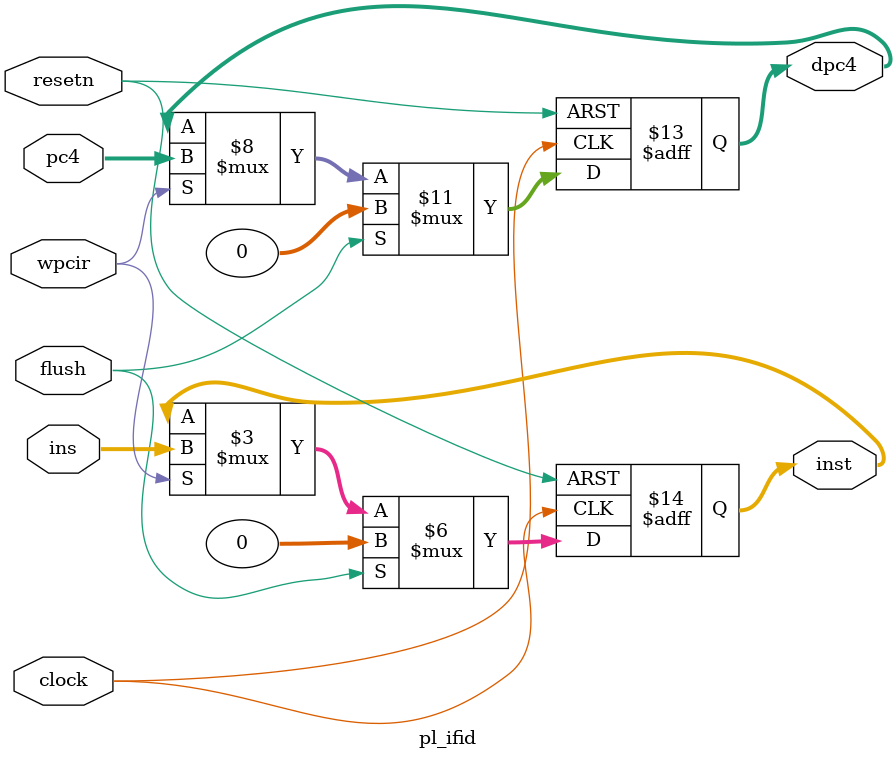
<source format=v>
module pl_ifid (clock, resetn, 
				flush, pc4, ins, wpcir, 
				dpc4, inst);
	input clock, resetn, flush;
	input [31:0] pc4, ins;
	input wpcir;
	output reg [31:0] dpc4, inst;

	always @(posedge clock or negedge resetn)
	begin
		if (!resetn)
		begin
			dpc4 <= 0;
			inst <= 0;
		end
		else
		begin
			if (flush)
			begin
				dpc4 <= 0;
				inst <= 0;
			end
			else 
			begin
				if (wpcir)
				begin
					dpc4 <= pc4;
					inst <= ins;
				end
			end
		end
	end
endmodule
</source>
